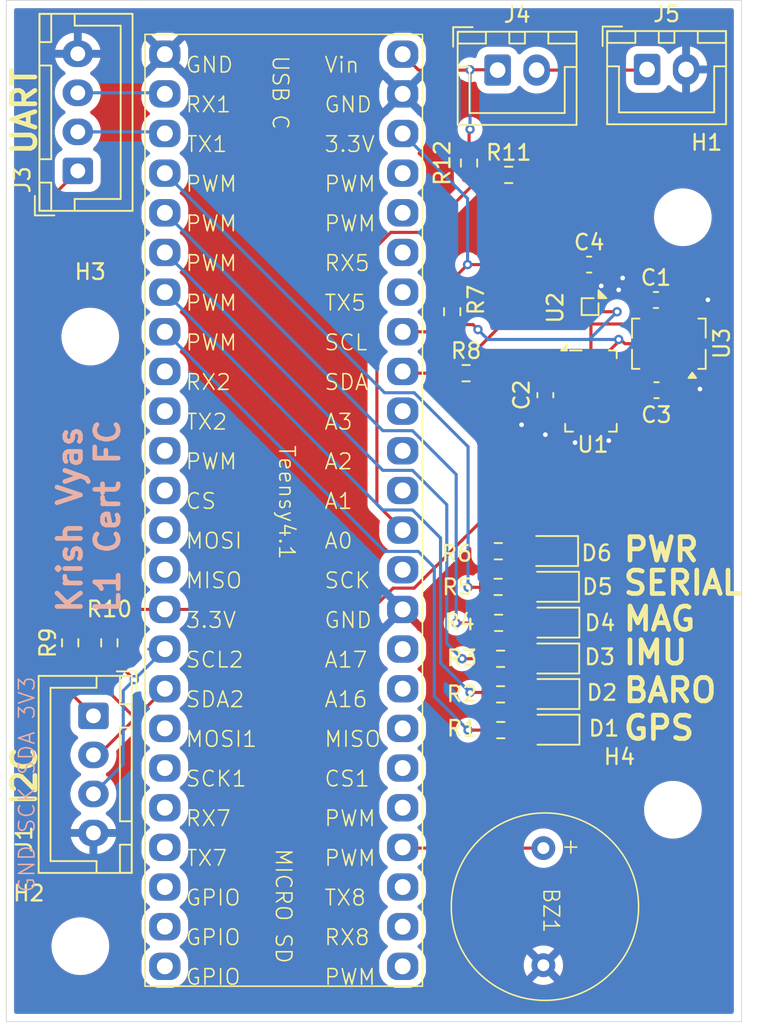
<source format=kicad_pcb>
(kicad_pcb (version 20241229) (generator "pcbnew") (generator_version "9.0")
  (layers (0 "F.Cu" signal) (2 "B.Cu" signal) (13 "F.Paste" user) (15 "B.Paste" user) (5 "F.SilkS" user "F.Silkscreen") (7 "B.SilkS" user "B.Silkscreen") (1 "F.Mask" user) (3 "B.Mask" user) (25 "Edge.Cuts" user))
  (net 0 "")
  (net 1 "GND")
  (net 2 "Net-(BZ1-+)")
  (net 3 "+3V3")
  (net 4 "Net-(D1-A)")
  (net 5 "Net-(D2-A)")
  (net 6 "Net-(D3-A)")
  (net 7 "Net-(D4-A)")
  (net 8 "Net-(D5-A)")
  (net 9 "Net-(D6-A)")
  (net 10 "/SCLK2")
  (net 11 "/SDA2")
  (net 12 "/RX")
  (net 13 "/TX")
  (net 14 "Net-(J4-Pin_2)")
  (net 15 "/VBAT")
  (net 16 "/GPS_LED")
  (net 17 "/BARO_LED")
  (net 18 "/IMU_LED")
  (net 19 "/MAG_LED")
  (net 20 "/SERIAL_LED")
  (net 21 "SCLK")
  (net 22 "SDA")
  (net 43 "unconnected-(Teensy4.1-A16-Pad40)")
  (net 55 "Net-(Teensy4.1-A0)")
  (footprint "Connector_JST:JST_XH_B2B-XH-A_1x02_P2.50mm_Vertical" (layer "F.Cu") (at 149.3412 52.3438)
    (property "Reference" "J4" (at 1.25 -3.55 0) (layer "F.SilkS"))
    (property "Value" "SW")
    (pad "1" thru_hole roundrect (at 0 0) (size 1.7 2) (drill 1) (layers "*.Cu" "*.Mask") (roundrect_rratio 0.147059) (net 15 "/VBAT"))
    (pad "2" thru_hole oval (at 2.5 0) (size 1.7 2) (drill 1) (layers "*.Cu" "*.Mask") (net 14 "Net-(J4-Pin_2)"))
  )
  (footprint "MountingHole:MountingHole_3.2mm_M3" (layer "F.Cu") (at 161.209 61.768)
    (property "Reference" "H1" (at 1.524 -4.785 0) (layer "F.SilkS"))
    (property "Value" "MountingHole")
    (pad "" np_thru_hole circle (at 0 0) (size 3.2 3.2) (drill 3.2) (layers "*.Cu" "*.Mask"))
  )
  (footprint "LED_SMD:LED_0805_2012Metric" (layer "F.Cu") (at 152.8979 94.588 180)
    (property "Reference" "D1" (at -3.256503 0.082154 0) (layer "F.SilkS"))
    (property "Value" "GPS")
    (pad "1" smd roundrect (at -0.9375 0 180) (size 0.975 1.4) (layers "F.Cu" "F.Mask" "F.Paste") (net 1 "GND"))
    (pad "2" smd roundrect (at 0.9375 0 180) (size 0.975 1.4) (layers "F.Cu" "F.Mask" "F.Paste") (net 4 "Net-(D1-A)"))
  )
  (footprint "Resistor_SMD:R_0603_1608Metric" (layer "F.Cu") (at 147.32 71.755)
    (property "Reference" "R8" (at 0 -1.43 0) (layer "F.SilkS"))
    (property "Value" "5k1")
    (pad "1" smd roundrect (at -0.825 0) (size 0.8 0.95) (layers "F.Cu" "F.Mask" "F.Paste") (net 22 "SDA"))
    (pad "2" smd roundrect (at 0.825 0) (size 0.8 0.95) (layers "F.Cu" "F.Mask" "F.Paste") (net 3 "+3V3"))
  )
  (footprint "Connector_JST:JST_XH_B4B-XH-A_1x04_P2.50mm_Vertical" (layer "F.Cu") (at 123.439 93.7029 -90)
    (property "Reference" "J1" (at 7.8971 4.44 90) (layer "F.SilkS"))
    (property "Value" "I2C")
    (pad "1" thru_hole roundrect (at 0 0 270) (size 1.7 1.95) (drill 0.95) (layers "*.Cu" "*.Mask") (roundrect_rratio 0.147059) (net 3 "+3V3"))
    (pad "2" thru_hole oval (at 2.5 0 270) (size 1.7 1.95) (drill 0.95) (layers "*.Cu" "*.Mask") (net 11 "/SDA2"))
    (pad "3" thru_hole oval (at 5 0 270) (size 1.7 1.95) (drill 0.95) (layers "*.Cu" "*.Mask") (net 10 "/SCLK2"))
    (pad "4" thru_hole oval (at 7.5 0 270) (size 1.7 1.95) (drill 0.95) (layers "*.Cu" "*.Mask") (net 1 "GND"))
  )
  (footprint "Resistor_SMD:R_0603_1608Metric" (layer "F.Cu") (at 149.533 90.0468)
    (property "Reference" "R3" (at -2.483071 -0.043694 0) (layer "F.SilkS"))
    (property "Value" "560")
    (pad "1" smd roundrect (at -0.825 0) (size 0.8 0.95) (layers "F.Cu" "F.Mask" "F.Paste") (net 18 "/IMU_LED"))
    (pad "2" smd roundrect (at 0.825 0) (size 0.8 0.95) (layers "F.Cu" "F.Mask" "F.Paste") (net 6 "Net-(D3-A)"))
  )
  (footprint "MountingHole:MountingHole_3.2mm_M3" (layer "F.Cu") (at 123.236 69.413)
    (property "Reference" "H3" (at 0 -4.15 0) (layer "F.SilkS"))
    (property "Value" "MountingHole")
    (pad "" np_thru_hole circle (at 0 0) (size 3.2 3.2) (drill 3.2) (layers "*.Cu" "*.Mask"))
  )
  (footprint "Capacitor_SMD:C_0603_1608Metric" (layer "F.Cu") (at 159.486 67.068)
    (property "Reference" "C1" (at 0 -1.43 0) (layer "F.SilkS"))
    (property "Value" "100 nF")
    (pad "1" smd roundrect (at -0.775 0) (size 0.9 0.95) (layers "F.Cu" "F.Mask" "F.Paste") (net 1 "GND"))
    (pad "2" smd roundrect (at 0.775 0) (size 0.9 0.95) (layers "F.Cu" "F.Mask" "F.Paste") (net 3 "+3V3"))
  )
  (footprint "Resistor_SMD:R_0603_1608Metric" (layer "F.Cu") (at 150.051 59.055)
    (property "Reference" "R11" (at 0 -1.43 0) (layer "F.SilkS"))
    (property "Value" "100k")
    (pad "1" smd roundrect (at -0.825 0) (size 0.8 0.95) (layers "F.Cu" "F.Mask" "F.Paste") (net 55 "Net-(Teensy4.1-A0)"))
    (pad "2" smd roundrect (at 0.825 0) (size 0.8 0.95) (layers "F.Cu" "F.Mask" "F.Paste") (net 1 "GND"))
  )
  (footprint "MountingHole:MountingHole_3.2mm_M3" (layer "F.Cu") (at 122.601 108.453)
    (property "Reference" "H2" (at -3.302 -3.388 0) (layer "F.SilkS"))
    (property "Value" "MountingHole")
    (pad "" np_thru_hole circle (at 0 0) (size 3.2 3.2) (drill 3.2) (layers "*.Cu" "*.Mask"))
  )
  (footprint "Resistor_SMD:R_0603_1608Metric" (layer "F.Cu") (at 149.3842 83.1584)
    (property "Reference" "R6" (at -2.658518 0.149362 0) (layer "F.SilkS"))
    (property "Value" "560")
    (pad "1" smd roundrect (at -0.825 0) (size 0.8 0.95) (layers "F.Cu" "F.Mask" "F.Paste") (net 3 "+3V3"))
    (pad "2" smd roundrect (at 0.825 0) (size 0.8 0.95) (layers "F.Cu" "F.Mask" "F.Paste") (net 9 "Net-(D6-A)"))
  )
  (footprint "Capacitor_SMD:C_0603_1608Metric" (layer "F.Cu") (at 155.207 64.801)
    (property "Reference" "C4" (at 0 -1.43 0) (layer "F.SilkS"))
    (property "Value" "100 nF")
    (pad "1" smd roundrect (at -0.775 0) (size 0.9 0.95) (layers "F.Cu" "F.Mask" "F.Paste") (net 3 "+3V3"))
    (pad "2" smd roundrect (at 0.775 0) (size 0.9 0.95) (layers "F.Cu" "F.Mask" "F.Paste") (net 1 "GND"))
  )
  (footprint "MountingHole:MountingHole_3.2mm_M3" (layer "F.Cu") (at 160.574 99.715)
    (property "Reference" "H4" (at -3.429 -3.388 0) (layer "F.SilkS"))
    (property "Value" "MountingHole")
    (pad "" np_thru_hole circle (at 0 0) (size 3.2 3.2) (drill 3.2) (layers "*.Cu" "*.Mask"))
  )
  (footprint "Capacitor_SMD:C_0603_1608Metric" (layer "F.Cu") (at 159.524 72.845)
    (property "Reference" "C3" (at -0.012 1.577 0) (layer "F.SilkS"))
    (property "Value" "100 nF")
    (pad "1" smd roundrect (at -0.775 0) (size 0.9 0.95) (layers "F.Cu" "F.Mask" "F.Paste") (net 3 "+3V3"))
    (pad "2" smd roundrect (at 0.775 0) (size 0.9 0.95) (layers "F.Cu" "F.Mask" "F.Paste") (net 1 "GND"))
  )
  (footprint "LED_SMD:LED_0805_2012Metric" (layer "F.Cu") (at 152.8119 83.1443 180)
    (property "Reference" "D6" (at -2.875503 -0.131846 0) (layer "F.SilkS"))
    (property "Value" "PWR")
    (pad "1" smd roundrect (at -0.9375 0 180) (size 0.975 1.4) (layers "F.Cu" "F.Mask" "F.Paste") (net 1 "GND"))
    (pad "2" smd roundrect (at 0.9375 0 180) (size 0.975 1.4) (layers "F.Cu" "F.Mask" "F.Paste") (net 9 "Net-(D6-A)"))
  )
  (footprint "Teensy:Adafruit_Buzzer" (layer "F.Cu") (at 152.273 106.172 -90)
    (property "Reference" "BZ1" (at 0 -0.5 270) (layer "F.SilkS") (effects (font (thickness 0.1))))
    (property "Value" "Buzzer")
    (fp_text user "+" (at -4.75 -1.25 270) (layer "F.SilkS") (effects (font (thickness 0.1)) (justify left bottom)))
    (pad "1" thru_hole circle (at -4 0 270) (size 1.524 1.524) (drill 0.762) (layers "*.Cu" "*.Mask") (net 2 "Net-(BZ1-+)"))
    (pad "2" thru_hole circle (at 3.5 0 270) (size 1.524 1.524) (drill 0.762) (layers "*.Cu" "*.Mask") (net 1 "GND"))
  )
  (footprint "Capacitor_SMD:C_0603_1608Metric" (layer "F.Cu") (at 152.4 73.165 -90)
    (property "Reference" "C2" (at -0.013 1.524 90) (layer "F.SilkS"))
    (property "Value" "100 nF")
    (pad "1" smd roundrect (at -0.775 0 270) (size 0.9 0.95) (layers "F.Cu" "F.Mask" "F.Paste") (net 3 "+3V3"))
    (pad "2" smd roundrect (at 0.775 0 270) (size 0.9 0.95) (layers "F.Cu" "F.Mask" "F.Paste") (net 1 "GND"))
  )
  (footprint "Resistor_SMD:R_0603_1608Metric" (layer "F.Cu") (at 149.3755 85.4423)
    (property "Reference" "R5" (at -2.606609 0.010755 0) (layer "F.SilkS"))
    (property "Value" "560")
    (pad "1" smd roundrect (at -0.825 0) (size 0.8 0.95) (layers "F.Cu" "F.Mask" "F.Paste") (net 20 "/SERIAL_LED"))
    (pad "2" smd roundrect (at 0.825 0) (size 0.8 0.95) (layers "F.Cu" "F.Mask" "F.Paste") (net 8 "Net-(D5-A)"))
  )
  (footprint "Resistor_SMD:R_0603_1608Metric" (layer "F.Cu") (at 121.95 89.025 90)
    (property "Reference" "R9" (at 0 -1.43 90) (layer "F.SilkS"))
    (property "Value" "5k1")
    (pad "1" smd roundrect (at -0.825 0 90) (size 0.8 0.95) (layers "F.Cu" "F.Mask" "F.Paste") (net 11 "/SDA2"))
    (pad "2" smd roundrect (at 0.825 0 90) (size 0.8 0.95) (layers "F.Cu" "F.Mask" "F.Paste") (net 3 "+3V3"))
  )
  (footprint "Package_BGA:WLP-4_0.86x0.86mm_P0.4mm" (layer "F.Cu") (at 155.267 67.491 -90)
    (property "Reference" "U2" (at 0.073 2.232 90) (layer "F.SilkS"))
    (property "Value" "MMC5633NJL")
    (pad "A1" smd circle (at -0.2 -0.2 270) (size 0.25 0.25) (property pad_prop_bga) (layers "F.Cu" "F.Mask" "F.Paste") (net 1 "GND"))
    (pad "A2" smd circle (at 0.2 -0.2 270) (size 0.25 0.25) (property pad_prop_bga) (layers "F.Cu" "F.Mask" "F.Paste") (net 21 "SCLK"))
    (pad "B1" smd circle (at -0.2 0.2 270) (size 0.25 0.25) (property pad_prop_bga) (layers "F.Cu" "F.Mask" "F.Paste") (net 3 "+3V3"))
    (pad "B2" smd circle (at 0.2 0.2 270) (size 0.25 0.25) (property pad_prop_bga) (layers "F.Cu" "F.Mask" "F.Paste") (net 22 "SDA"))
  )
  (footprint "Resistor_SMD:R_0603_1608Metric" (layer "F.Cu") (at 149.542 94.615)
    (property "Reference" "R1" (at -2.476 -0.104 0) (layer "F.SilkS"))
    (property "Value" "560")
    (pad "1" smd roundrect (at -0.825 0) (size 0.8 0.95) (layers "F.Cu" "F.Mask" "F.Paste") (net 16 "/GPS_LED"))
    (pad "2" smd roundrect (at 0.825 0) (size 0.8 0.95) (layers "F.Cu" "F.Mask" "F.Paste") (net 4 "Net-(D1-A)"))
  )
  (footprint "Resistor_SMD:R_0603_1608Metric" (layer "F.Cu") (at 149.5303 92.325)
    (property "Reference" "R2" (at -2.481312 -0.018234 0) (layer "F.SilkS"))
    (property "Value" "560")
    (pad "1" smd roundrect (at -0.825 0) (size 0.8 0.95) (layers "F.Cu" "F.Mask" "F.Paste") (net 17 "/BARO_LED"))
    (pad "2" smd roundrect (at 0.825 0) (size 0.8 0.95) (layers "F.Cu" "F.Mask" "F.Paste") (net 5 "Net-(D2-A)"))
  )
  (footprint "Resistor_SMD:R_0603_1608Metric" (layer "F.Cu") (at 149.406 87.7459)
    (property "Reference" "R4" (at -2.505654 -0.046146 0) (layer "F.SilkS"))
    (property "Value" "560")
    (pad "1" smd roundrect (at -0.825 0) (size 0.8 0.95) (layers "F.Cu" "F.Mask" "F.Paste") (net 19 "/MAG_LED"))
    (pad "2" smd roundrect (at 0.825 0) (size 0.8 0.95) (layers "F.Cu" "F.Mask" "F.Paste") (net 7 "Net-(D4-A)"))
  )
  (footprint "Resistor_SMD:R_0603_1608Metric" (layer "F.Cu") (at 124.46 89.025 90)
    (property "Reference" "R10" (at 2.157 0 180) (layer "F.SilkS"))
    (property "Value" "5k1")
    (pad "1" smd roundrect (at -0.825 0 90) (size 0.8 0.95) (layers "F.Cu" "F.Mask" "F.Paste") (net 10 "/SCLK2"))
    (pad "2" smd roundrect (at 0.825 0 90) (size 0.8 0.95) (layers "F.Cu" "F.Mask" "F.Paste") (net 3 "+3V3"))
  )
  (footprint "Teensy:teensy" (layer "F.Cu") (at 135.635 80.535)
    (property "Reference" "Teensy4.1" (at 0.2 -0.5 270) (layer "F.SilkS") (effects (font (thickness 0.1))))
    (property "Value" "~" (hide yes))
    (fp_text user "TX7" (at -6.35 22.86 0) (layer "F.SilkS") (effects (font (thickness 0.1)) (justify left bottom)))
    (fp_text user "MOSI1" (at -6.35 15.24 0) (layer "F.SilkS") (effects (font (thickness 0.1)) (justify left bottom)))
    (fp_text user "SCK1" (at -6.35 17.78 0) (layer "F.SilkS") (effects (font (thickness 0.1)) (justify left bottom)))
    (fp_text user "SCL" (at 2.54 -10.16 0) (layer "F.SilkS") (effects (font (thickness 0.1)) (justify left bottom)))
    (fp_text user "MISO" (at 2.54 15.24 0) (layer "F.SilkS") (effects (font (thickness 0.1)) (justify left bottom)))
    (fp_text user "PWM" (at 2.54 -17.78 0) (layer "F.SilkS") (effects (font (thickness 0.1)) (justify left bottom)))
    (fp_text user "MOSI" (at -6.35 2.54 0) (layer "F.SilkS") (effects (font (thickness 0.1)) (justify left bottom)))
    (fp_text user "3.3V" (at 2.54 -22.86 0) (layer "F.SilkS") (effects (font (thickness 0.1)) (justify left bottom)))
    (fp_text user "CS" (at -6.35 0 0) (layer "F.SilkS") (effects (font (thickness 0.1)) (justify left bottom)))
    (fp_text user "TX5" (at 2.54 -12.7 0) (layer "F.SilkS") (effects (font (thickness 0.1)) (justify left bottom)))
    (fp_text user "TX1" (at -6.35 -22.86 0) (layer "F.SilkS") (effects (font (thickness 0.1)) (justify left bottom)))
    (fp_text user "SCK" (at 2.54 5.08 0) (layer "F.SilkS") (effects (font (thickness 0.1)) (justify left bottom)))
    (fp_text user "CS1" (at 2.54 17.78 0) (layer "F.SilkS") (effects (font (thickness 0.1)) (justify left bottom)))
    (fp_text user "GPIO" (at -6.35 25.4 0) (layer "F.SilkS") (effects (font (thickness 0.1)) (justify left bottom)))
    (fp_text user "A0" (at 2.54 2.54 0) (layer "F.SilkS") (effects (font (thickness 0.1)) (justify left bottom)))
    (fp_text user "SDA" (at 2.54 -7.62 0) (layer "F.SilkS") (effects (font (thickness 0.1)) (justify left bottom)))
    (fp_text user "PWM" (at -6.35 -20.32 0) (layer "F.SilkS") (effects (font (thickness 0.1)) (justify left bottom)))
    (fp_text user "SDA2" (at -6.35 12.7 0) (layer "F.SilkS") (effects (font (thickness 0.1)) (justify left bottom)))
    (fp_text user "RX8" (at 2.54 27.94 0) (layer "F.SilkS") (effects (font (thickness 0.1)) (justify left bottom)))
    (fp_text user "SCL2" (at -6.35 10.16 0) (layer "F.SilkS") (effects (font (thickness 0.1)) (justify left bottom)))
    (fp_text user "A3" (at 2.54 -5.08 0) (layer "F.SilkS") (effects (font (thickness 0.1)) (justify left bottom)))
    (fp_text user "PWM" (at -6.35 -12.7 0) (layer "F.SilkS") (effects (font (thickness 0.1)) (justify left bottom)))
    (fp_text user "PWM" (at 2.54 30.48 0) (layer "F.SilkS") (effects (font (thickness 0.1)) (justify left bottom)))
    (fp_text user "GPIO" (at -6.35 30.48 0) (layer "F.SilkS") (effects (font (thickness 0.1)) (justify left bottom)))
    (fp_text user "A1" (at 2.54 0 0) (layer "F.SilkS") (effects (font (thickness 0.1)) (justify left bottom)))
    (fp_text user "RX1" (at -6.35 -25.4 0) (layer "F.SilkS") (effects (font (thickness 0.1)) (justify left bottom)))
    (fp_text user "PWM" (at -6.35 -10.16 0) (layer "F.SilkS") (effects (font (thickness 0.1)) (justify left bottom)))
    (fp_text user "MICRO SD" (at -0.6 21.59 270) (layer "F.SilkS") (effects (font (thickness 0.1)) (justify left bottom)))
    (fp_text user "GND" (at 2.54 -25.4 0) (layer "F.SilkS") (effects (font (thickness 0.1)) (justify left bottom)))
    (fp_text user "GND" (at 2.54 7.62 0) (layer "F.SilkS") (effects (font (thickness 0.1)) (justify left bottom)))
    (fp_text user "GND" (at -6.35 -27.94 0) (layer "F.SilkS") (effects (font (thickness 0.1)) (justify left bottom)))
    (fp_text user "RX2" (at -6.35 -7.62 0) (layer "F.SilkS") (effects (font (thickness 0.1)) (justify left bottom)))
    (fp_text user "A16" (at 2.54 12.7 0) (layer "F.SilkS") (effects (font (thickness 0.1)) (justify left bottom)))
    (fp_text user "RX7" (at -6.35 20.32 0) (layer "F.SilkS") (effects (font (thickness 0.1)) (justify left bottom)))
    (fp_text user "PWM" (at 2.54 22.86 0) (layer "F.SilkS") (effects (font (thickness 0.1)) (justify left bottom)))
    (fp_text user "Vin" (at 2.54 -27.94 0) (layer "F.SilkS") (effects (font (thickness 0.1)) (justify left bottom)))
    (fp_text user "PWM" (at 2.54 -20.32 0) (layer "F.SilkS") (effects (font (thickness 0.1)) (justify left bottom)))
    (fp_text user "A17" (at 2.54 10.16 0) (layer "F.SilkS") (effects (font (thickness 0.1)) (justify left bottom)))
    (fp_text user "PWM" (at -6.35 -15.24 0) (layer "F.SilkS") (effects (font (thickness 0.1)) (justify left bottom)))
    (fp_text user "GPIO" (at -6.35 27.94 0) (layer "F.SilkS") (effects (font (thickness 0.1)) (justify left bottom)))
    (fp_text user "A2" (at 2.54 -2.54 0) (layer "F.SilkS") (effects (font (thickness 0.1)) (justify left bottom)))
    (fp_text user "PWM" (at -6.35 -2.54 0) (layer "F.SilkS") (effects (font (thickness 0.1)) (justify left bottom)))
    (fp_text user "TX8" (at 2.54 25.4 0) (layer "F.SilkS") (effects (font (thickness 0.1)) (justify left bottom)))
    (fp_text user "PWM" (at 2.54 20.32 0) (layer "F.SilkS") (effects (font (thickness 0.1)) (justify left bottom)))
    (fp_text user "USB C" (at -0.8 -29.2 270) (layer "F.SilkS") (effects (font (thickness 0.1)) (justify left bottom)))
    (fp_text user "PWM" (at -6.35 -17.78 0) (layer "F.SilkS") (effects (font (thickness 0.1)) (justify left bottom)))
    (fp_text user "RX5" (at 2.54 -15.24 0) (layer "F.SilkS") (effects (font (thickness 0.1)) (justify left bottom)))
    (fp_text user "TX2" (at -6.35 -5.08 0) (layer "F.SilkS") (effects (font (thickness 0.1)) (justify left bottom)))
    (fp_text user "MISO" (at -6.35 5.08 0) (layer "F.SilkS") (effects (font (thickness 0.1)) (justify left bottom)))
    (fp_text user "3.3V" (at -6.35 7.62 0) (layer "F.SilkS") (effects (font (thickness 0.1)) (justify left bottom)))
    (pad "0" thru_hole roundrect (at -7.62 -26.67) (size 2 1.75) (drill 1.02) (layers "*.Cu" "*.Mask") (roundrect_rratio 0.375) (net 12 "/RX"))
    (pad "1" thru_hole roundrect (at -7.62 -24.13) (size 2 1.75) (drill 1.02) (layers "*.Cu" "*.Mask") (roundrect_rratio 0.375) (net 13 "/TX"))
    (pad "2" thru_hole roundrect (at -7.62 -21.59) (size 2 1.75) (drill 1.02) (layers "*.Cu" "*.Mask") (roundrect_rratio 0.375) (net 20 "/SERIAL_LED"))
    (pad "3" thru_hole roundrect (at -7.62 -19.05) (size 2 1.75) (drill 1.02) (layers "*.Cu" "*.Mask") (roundrect_rratio 0.375) (net 19 "/MAG_LED"))
    (pad "3V" thru_hole roundrect (at -7.62 6.35) (size 2 1.75) (drill 1.02) (layers "*.Cu" "*.Mask") (roundrect_rratio 0.375) (net 3 "+3V3"))
    (pad "3V1" thru_hole roundrect (at 7.62 -24.13) (size 2 1.75) (drill 1.02) (layers "*.Cu" "*.Mask") (roundrect_rratio 0.375) (net 3 "+3V3"))
    (pad "4" thru_hole roundrect (at -7.62 -16.51) (size 2 1.75) (drill 1.02) (layers "*.Cu" "*.Mask") (roundrect_rratio 0.375) (net 18 "/IMU_LED"))
    (pad "5" thru_hole roundrect (at -7.62 -13.97) (size 2 1.75) (drill 1.02) (layers "*.Cu" "*.Mask") (roundrect_rratio 0.375) (net 17 "/BARO_LED"))
    (pad "5V" thru_hole roundrect (at 7.62 -29.21) (size 2 1.75) (drill 1.02) (layers "*.Cu" "*.Mask") (roundrect_rratio 0.375) (net 15 "/VBAT"))
    (pad "6" thru_hole roundrect (at -7.62 -11.43) (size 2 1.75) (drill 1.02) (layers "*.Cu" "*.Mask") (roundrect_rratio 0.375) (net 16 "/GPS_LED"))
    (pad "7" thru_hole roundrect (at -7.62 -8.89) (size 2 1.75) (drill 1.02) (layers "*.Cu" "*.Mask") (roundrect_rratio 0.375))
    (pad "8" thru_hole roundrect (at -7.62 -6.35) (size 2 1.75) (drill 1.02) (layers "*.Cu" "*.Mask") (roundrect_rratio 0.375))
    (pad "9" thru_hole roundrect (at -7.62 -3.81) (size 2 1.75) (drill 1.02) (layers "*.Cu" "*.Mask") (roundrect_rratio 0.375))
    (pad "10" thru_hole roundrect (at -7.62 -1.27) (size 2 1.75) (drill 1.02) (layers "*.Cu" "*.Mask") (roundrect_rratio 0.375))
    (pad "11" thru_hole roundrect (at -7.62 1.27) (size 2 1.75) (drill 1.02) (layers "*.Cu" "*.Mask") (roundrect_rratio 0.375))
    (pad "12" thru_hole roundrect (at -7.62 3.81) (size 2 1.75) (drill 1.02) (layers "*.Cu" "*.Mask") (roundrect_rratio 0.375))
    (pad "13" thru_hole roundrect (at 7.62 3.81) (size 2 1.75) (drill 1.02) (layers "*.Cu" "*.Mask") (roundrect_rratio 0.375))
    (pad "14" thru_hole roundrect (at 7.62 1.27) (size 2 1.75) (drill 1.02) (layers "*.Cu" "*.Mask") (roundrect_rratio 0.375) (net 55 "Net-(Teensy4.1-A0)"))
    (pad "15" thru_hole roundrect (at 7.62 -1.27) (size 2 1.75) (drill 1.02) (layers "*.Cu" "*.Mask") (roundrect_rratio 0.375))
    (pad "16" thru_hole roundrect (at 7.62 -3.81) (size 2 1.75) (drill 1.02) (layers "*.Cu" "*.Mask") (roundrect_rratio 0.375))
    (pad "17" thru_hole roundrect (at 7.62 -6.35) (size 2 1.75) (drill 1.02) (layers "*.Cu" "*.Mask") (roundrect_rratio 0.375))
    (pad "18" thru_hole roundrect (at 7.62 -8.89) (size 2 1.75) (drill 1.02) (layers "*.Cu" "*.Mask") (roundrect_rratio 0.375) (net 22 "SDA"))
    (pad "19" thru_hole roundrect (at 7.62 -11.43) (size 2 1.75) (drill 1.02) (layers "*.Cu" "*.Mask") (roundrect_rratio 0.375) (net 21 "SCLK"))
    (pad "20" thru_hole roundrect (at 7.62 -13.97) (size 2 1.75) (drill 1.02) (layers "*.Cu" "*.Mask") (roundrect_rratio 0.375))
    (pad "21" thru_hole roundrect (at 7.62 -16.51) (size 2 1.75) (drill 1.02) (layers "*.Cu" "*.Mask") (roundrect_rratio 0.375))
    (pad "22" thru_hole roundrect (at 7.62 -19.05) (size 2 1.75) (drill 1.02) (layers "*.Cu" "*.Mask") (roundrect_rratio 0.375))
    (pad "23" thru_hole roundrect (at 7.62 -21.59) (size 2 1.75) (drill 1.02) (layers "*.Cu" "*.Mask") (roundrect_rratio 0.375))
    (pad "24" thru_hole roundrect (at -7.62 8.89) (size 2 1.75) (drill 1.02) (layers "*.Cu" "*.Mask") (roundrect_rratio 0.375) (net 10 "/SCLK2"))
    (pad "25" thru_hole roundrect (at -7.62 11.43) (size 2 1.75) (drill 1.02) (layers "*.Cu" "*.Mask") (roundrect_rratio 0.375) (net 11 "/SDA2"))
    (pad "26" thru_hole roundrect (at -7.62 13.97) (size 2 1.75) (drill 1.02) (layers "*.Cu" "*.Mask") (roundrect_rratio 0.375))
    (pad "27" thru_hole roundrect (at -7.62 16.51) (size 2 1.75) (drill 1.02) (layers "*.Cu" "*.Mask") (roundrect_rratio 0.375))
    (pad "28" thru_hole roundrect (at -7.62 19.05) (size 2 1.75) (drill 1.02) (layers "*.Cu" "*.Mask") (roundrect_rratio 0.375))
    (pad "29" thru_hole roundrect (at -7.62 21.59) (size 2 1.75) (drill 1.02) (layers "*.Cu" "*.Mask") (roundrect_rratio 0.375))
    (pad "30" thru_hole roundrect (at -7.62 24.13) (size 2 1.75) (drill 1.02) (layers "*.Cu" "*.Mask") (roundrect_rratio 0.375))
    (pad "31" thru_hole roundrect (at -7.62 26.67) (size 2 1.75) (drill 1.02) (layers "*.Cu" "*.Mask") (roundrect_rratio 0.375))
    (pad "32" thru_hole roundrect (at -7.62 29.21) (size 2 1.75) (drill 1.02) (layers "*.Cu" "*.Mask") (roundrect_rratio 0.375))
    (pad "33" thru_hole roundrect (at 7.62 29.21) (size 2 1.75) (drill 1.02) (layers "*.Cu" "*.Mask") (roundrect_rratio 0.375))
    (pad "34" thru_hole roundrect (at 7.62 26.67) (size 2 1.75) (drill 1.02) (layers "*.Cu" "*.Mask") (roundrect_rratio 0.375))
    (pad "35" thru_hole roundrect (at 7.62 24.13) (size 2 1.75) (drill 1.02) (layers "*.Cu" "*.Mask") (roundrect_rratio 0.375))
    (pad "36" thru_hole roundrect (at 7.62 21.59) (size 2 1.75) (drill 1.02) (layers "*.Cu" "*.Mask") (roundrect_rratio 0.375) (net 2 "Net-(BZ1-+)"))
    (pad "37" thru_hole roundrect (at 7.62 19.05) (size 2 1.75) (drill 1.02) (layers "*.Cu" "*.Mask") (roundrect_rratio 0.375))
    (pad "38" thru_hole roundrect (at 7.62 16.51) (size 2 1.75) (drill 1.02) (layers "*.Cu" "*.Mask") (roundrect_rratio 0.375))
    (pad "39" thru_hole roundrect (at 7.62 13.97) (size 2 1.75) (drill 1.02) (layers "*.Cu" "*.Mask") (roundrect_rratio 0.375))
    (pad "40" thru_hole roundrect (at 7.62 11.43) (size 2 1.75) (drill 1.02) (layers "*.Cu" "*.Mask") (roundrect_rratio 0.375) (net 43 "unconnected-(Teensy4.1-A16-Pad40)"))
    (pad "41" thru_hole roundrect (at 7.62 8.89) (size 2 1.75) (drill 1.02) (layers "*.Cu" "*.Mask") (roundrect_rratio 0.375))
    (pad "G" thru_hole roundrect (at -7.62 -29.21) (size 2 1.75) (drill 1.02) (layers "*.Cu" "*.Mask") (roundrect_rratio 0.375) (net 1 "GND"))
    (pad "G1" thru_hole roundrect (at 7.62 -26.67) (size 2 1.75) (drill 1.02) (layers "*.Cu" "*.Mask") (roundrect_rratio 0.375) (net 1 "GND"))
    (pad "G2" thru_hole roundrect (at 7.62 6.35) (size 2 1.75) (drill 1.02) (layers "*.Cu" "*.Mask") (roundrect_rratio 0.375) (net 1 "GND"))
  )
  (footprint "LED_SMD:LED_0805_2012Metric" (layer "F.Cu") (at 152.8918 87.7295 180)
    (property "Reference" "D4" (at -3.002503 -0.020846 0) (layer "F.SilkS"))
    (property "Value" "MAG")
    (pad "1" smd roundrect (at -0.9375 0 180) (size 0.975 1.4) (layers "F.Cu" "F.Mask" "F.Paste") (net 1 "GND"))
    (pad "2" smd roundrect (at 0.9375 0 180) (size 0.975 1.4) (layers "F.Cu" "F.Mask" "F.Paste") (net 7 "Net-(D4-A)"))
  )
  (footprint "Connector_JST:JST_XH_B4B-XH-A_1x04_P2.50mm_Vertical" (layer "F.Cu") (at 122.436 58.799 90)
    (property "Reference" "J3" (at -0.568 -3.55 90) (layer "F.SilkS"))
    (property "Value" "UART")
    (pad "1" thru_hole roundrect (at 0 0 90) (size 1.7 1.95) (drill 0.95) (layers "*.Cu" "*.Mask") (roundrect_rratio 0.147059) (net 3 "+3V3"))
    (pad "2" thru_hole oval (at 2.5 0 90) (size 1.7 1.95) (drill 0.95) (layers "*.Cu" "*.Mask") (net 13 "/TX"))
    (pad "3" thru_hole oval (at 5 0 90) (size 1.7 1.95) (drill 0.95) (layers "*.Cu" "*.Mask") (net 12 "/RX"))
    (pad "4" thru_hole oval (at 7.5 0 90) (size 1.7 1.95) (drill 0.95) (layers "*.Cu" "*.Mask") (net 1 "GND"))
  )
  (footprint "LED_SMD:LED_0805_2012Metric" (layer "F.Cu") (at 152.8831 90.0293 180)
    (property "Reference" "D3" (at -3.002503 0.098154 0) (layer "F.SilkS"))
    (property "Value" "IMU")
    (pad "1" smd roundrect (at -0.9375 0 180) (size 0.975 1.4) (layers "F.Cu" "F.Mask" "F.Paste") (net 1 "GND"))
    (pad "2" smd roundrect (at 0.9375 0 180) (size 0.975 1.4) (layers "F.Cu" "F.Mask" "F.Paste") (net 6 "Net-(D3-A)"))
  )
  (footprint "Package_LGA:LGA-8_3x5mm_P1.25mm" (layer "F.Cu") (at 155.321 72.898)
    (property "Reference" "U1" (at 0.127 3.429 180) (layer "F.SilkS"))
    (property "Value" "MS5611-01BA")
    (pad "1" smd rect (at -1.075 -1.875) (size 0.95 0.55) (layers "F.Cu" "F.Mask" "F.Paste") (net 3 "+3V3"))
    (pad "2" smd rect (at -1.075 -0.625) (size 0.95 0.55) (layers "F.Cu" "F.Mask" "F.Paste") (net 3 "+3V3"))
    (pad "3" smd rect (at -1.075 0.625) (size 0.95 0.55) (layers "F.Cu" "F.Mask" "F.Paste") (net 1 "GND"))
    (pad "4" smd rect (at -1.075 1.875) (size 0.95 0.55) (layers "F.Cu" "F.Mask" "F.Paste") (net 1 "GND"))
    (pad "5" smd rect (at 1.075 1.875) (size 0.95 0.55) (layers "F.Cu" "F.Mask" "F.Paste") (net 1 "GND"))
    (pad "6" smd rect (at 1.075 0.625) (size 0.95 0.55) (layers "F.Cu" "F.Mask" "F.Paste"))
    (pad "7" smd rect (at 1.075 -0.625) (size 0.95 0.55) (layers "F.Cu" "F.Mask" "F.Paste") (net 22 "SDA"))
    (pad "8" smd rect (at 1.075 -1.875) (size 0.95 0.55) (layers "F.Cu" "F.Mask" "F.Paste") (net 21 "SCLK"))
  )
  (footprint "LED_SMD:LED_0805_2012Metric" (layer "F.Cu") (at 152.8949 92.3043 180)
    (property "Reference" "D2" (at -3.129503 0.090154 0) (layer "F.SilkS"))
    (property "Value" "BARO")
    (pad "1" smd roundrect (at -0.9375 0 180) (size 0.975 1.4) (layers "F.Cu" "F.Mask" "F.Paste") (net 1 "GND"))
    (pad "2" smd roundrect (at 0.9375 0 180) (size 0.975 1.4) (layers "F.Cu" "F.Mask" "F.Paste") (net 5 "Net-(D2-A)"))
  )
  (footprint "Package_LGA:Bosch_LGA-16_4.5x3mm_P0.5mm_LayoutBorder7x1y_ClockwisePinNumbering" (layer "F.Cu") (at 160.314 69.8675 180)
    (property "Reference" "U3" (at -3.389 0.0175 90) (layer "F.SilkS"))
    (property "Value" "BMI088")
    (pad "1" smd roundrect (at -1.5 -1.2625 180) (size 0.25 0.675) (layers "F.Cu" "F.Mask" "F.Paste"))
    (pad "2" smd roundrect (at -1 -1.2625 180) (size 0.25 0.675) (layers "F.Cu" "F.Mask" "F.Paste") (net 1 "GND"))
    (pad "3" smd roundrect (at -0.5 -1.2625 180) (size 0.25 0.675) (layers "F.Cu" "F.Mask" "F.Paste") (net 3 "+3V3"))
    (pad "4" smd roundrect (at 0 -1.2625 180) (size 0.25 0.675) (layers "F.Cu" "F.Mask" "F.Paste") (net 1 "GND"))
    (pad "5" smd roundrect (at 0.5 -1.2625 180) (size 0.25 0.675) (layers "F.Cu" "F.Mask" "F.Paste"))
    (pad "6" smd roundrect (at 1 -1.2625 180) (size 0.25 0.675) (layers "F.Cu" "F.Mask" "F.Paste") (net 1 "GND"))
    (pad "7" smd roundrect (at 1.5 -1.2625 180) (size 0.25 0.675) (layers "F.Cu" "F.Mask" "F.Paste") (net 3 "+3V3"))
    (pad "8" smd roundrect (at 2.0125 0 180) (size 0.675 0.25) (layers "F.Cu" "F.Mask" "F.Paste") (net 21 "SCLK"))
    (pad "9" smd roundrect (at 1.5 1.2625 180) (size 0.25 0.675) (layers "F.Cu" "F.Mask" "F.Paste") (net 22 "SDA"))
    (pad "10" smd roundrect (at 1 1.2625 180) (size 0.25 0.675) (layers "F.Cu" "F.Mask" "F.Paste") (net 1 "GND"))
    (pad "11" smd roundrect (at 0.5 1.2625 180) (size 0.25 0.675) (layers "F.Cu" "F.Mask" "F.Paste") (net 3 "+3V3"))
    (pad "12" smd roundrect (at 0 1.2625 180) (size 0.25 0.675) (layers "F.Cu" "F.Mask" "F.Paste"))
    (pad "13" smd roundrect (at -0.5 1.2625 180) (size 0.25 0.675) (layers "F.Cu" "F.Mask" "F.Paste"))
    (pad "14" smd roundrect (at -1 1.2625 180) (size 0.25 0.675) (layers "F.Cu" "F.Mask" "F.Paste"))
    (pad "15" smd roundrect (at -1.5 1.2625 180) (size 0.25 0.675) (layers "F.Cu" "F.Mask" "F.Paste") (net 1 "GND"))
    (pad "16" smd roundrect (at -2.0125 0 180) (size 0.675 0.25) (layers "F.Cu" "F.Mask" "F.Paste"))
    (zone (net 0) (net_name "") (layer "F.Cu") (name "Keepout") (connect_pads (clearance 0)) (min_thickness 0.25)
      (keepout (tracks not_allowed) (vias not_allowed) (pads allowed) (copperpour not_allowed) (footprints allowed))
      (fill (thermal_gap 0.5) (thermal_bridge_width 0.5))
      (polygon (pts (xy 161.989 70.7925) (xy 158.639 70.7925) (xy 158.639 68.9425) (xy 161.989 68.9425)))
    )
  )
  (footprint "LED_SMD:LED_0805_2012Metric" (layer "F.Cu") (at 152.8701 85.4349 180)
    (property "Reference" "D5" (at -2.869117 -0.001511 0) (layer "F.SilkS"))
    (property "Value" "SRL")
    (pad "1" smd roundrect (at -0.9375 0 180) (size 0.975 1.4) (layers "F.Cu" "F.Mask" "F.Paste") (net 1 "GND"))
    (pad "2" smd roundrect (at 0.9375 0 180) (size 0.975 1.4) (layers "F.Cu" "F.Mask" "F.Paste") (net 8 "Net-(D5-A)"))
  )
  (footprint "Resistor_SMD:R_0603_1608Metric" (layer "F.Cu") (at 146.431 67.818 90)
    (property "Reference" "R7" (at 0.762 1.524 90) (layer "F.SilkS"))
    (property "Value" "5k1")
    (pad "1" smd roundrect (at -0.825 0 90) (size 0.8 0.95) (layers "F.Cu" "F.Mask" "F.Paste") (net 21 "SCLK"))
    (pad "2" smd roundrect (at 0.825 0 90) (size 0.8 0.95) (layers "F.Cu" "F.Mask" "F.Paste") (net 3 "+3V3"))
  )
  (footprint "Connector_JST:JST_XH_B2B-XH-A_1x02_P2.50mm_Vertical" (layer "F.Cu") (at 158.9187 52.3024)
    (property "Reference" "J5" (at 1.25 -3.55 0) (layer "F.SilkS"))
    (property "Value" "BAT")
    (pad "1" thru_hole roundrect (at 0 0) (size 1.7 2) (drill 1) (layers "*.Cu" "*.Mask") (roundrect_rratio 0.147059) (net 14 "Net-(J4-Pin_2)"))
    (pad "2" thru_hole oval (at 2.5 0) (size 1.7 2) (drill 1) (layers "*.Cu" "*.Mask") (net 1 "GND"))
  )
  (footprint "Resistor_SMD:R_0603_1608Metric" (layer "F.Cu") (at 147.511 58.293 90)
    (property "Reference" "R12" (at 0 -1.715 90) (layer "F.SilkS"))
    (property "Value" "78k7")
    (pad "1" smd roundrect (at -0.825 0 90) (size 0.8 0.95) (layers "F.Cu" "F.Mask" "F.Paste") (net 55 "Net-(Teensy4.1-A0)"))
    (pad "2" smd roundrect (at 0.825 0 90) (size 0.8 0.95) (layers "F.Cu" "F.Mask" "F.Paste") (net 15 "/VBAT"))
  )
  (gr_rect (start 117.856 47.879) (end 164.973 113.284) (stroke (width 0.05)) (fill no) (layer "Edge.Cuts"))
  (gr_text "PWR" (at 157.2696 83.9237 0) (layer "F.SilkS") (effects (font (size 1.5 1.5) (thickness 0.3) (bold yes)) (justify left bottom)))
  (gr_text "UART" (at 119.888 57.912 90) (layer "F.SilkS") (effects (font (size 1.5 1.5) (thickness 0.3) (bold yes)) (justify left bottom)))
  (gr_text "MAG" (at 157.2696 88.3687 0) (layer "F.SilkS") (effects (font (size 1.5 1.5) (thickness 0.3) (bold yes)) (justify left bottom)))
  (gr_text "SERIAL" (at 157.264545 86.064451 0) (layer "F.SilkS") (effects (font (size 1.5 1.5) (thickness 0.3) (bold yes)) (justify left bottom)))
  (gr_text "BARO" (at 157.2696 92.9407 0) (layer "F.SilkS") (effects (font (size 1.5 1.5) (thickness 0.3) (bold yes)) (justify left bottom)))
  (gr_text "IMU" (at 157.2696 90.5277 0) (layer "F.SilkS") (effects (font (size 1.5 1.5) (thickness 0.3) (bold yes)) (justify left bottom)))
  (gr_text "GPS\n" (at 157.2696 95.3537 0) (layer "F.SilkS") (effects (font (size 1.5 1.5) (thickness 0.3) (bold yes)) (justify left bottom)))
  (gr_text "I2C\n" (at 119.888 99.568 90) (layer "F.SilkS") (effects (font (size 1.5 1.5) (thickness 0.3) (bold yes)) (justify left bottom)))
  (gr_text "Krish Vyas\nL1 Cert FC" (at 125.222 87.249 90) (layer "B.SilkS") (effects (font (size 1.5 1.5) (thickness 0.3) (bold yes)) (justify left bottom)))
  (gr_text "GND SCK SDA 3V3\n" (at 119.755976 105.092886 90) (layer "B.SilkS") (effects (font (size 1 1) (thickness 0.1)) (justify left bottom)))
  (segment (start 155.982 66.776) (end 155.493 67.265) (width 0.2) (layer "F.Cu") (net 1))
  (segment (start 160.314 72.83) (end 160.299 72.845) (width 0.2) (layer "F.Cu") (net 1))
  (segment (start 155.982 64.801) (end 155.982 66.167) (width 0.2) (layer "F.Cu") (net 1))
  (segment (start 161.314 71.779) (end 162.306 72.771) (width 0.2) (layer "F.Cu") (net 1))
  (segment (start 161.314 71.13) (end 161.314 71.779) (width 0.2) (layer "F.Cu") (net 1))
  (segment (start 127.989 51.299) (end 128.015 51.325) (width 0.2) (layer "F.Cu") (net 1))
  (segment (start 161.814 68.056) (end 162.814 67.056) (width 0.2) (layer "F.Cu") (net 1))
  (segment (start 161.814 68.605) (end 161.814 68.056) (width 0.2) (layer "F.Cu") (net 1))
  (segment (start 159.314 68.605) (end 159.314 67.671) (width 0.2) (layer "F.Cu") (net 1))
  (segment (start 160.314 71.13) (end 160.314 72.83) (width 0.2) (layer "F.Cu") (net 1))
  (segment (start 155.982 66.167) (end 155.982 66.776) (width 0.2) (layer "F.Cu") (net 1))
  (segment (start 159.314 71.86) (end 160.299 72.845) (width 0.2) (layer "F.Cu") (net 1))
  (segment (start 159.314 71.13) (end 159.314 71.86) (width 0.2) (layer "F.Cu") (net 1))
  (segment (start 159.314 67.671) (end 158.711 67.068) (width 0.2) (layer "F.Cu") (net 1))
  (via (at 157.099 66.421) (size 0.6) (drill 0.3) (layers "F.Cu" "B.Cu") (net 1))
  (via (at 157.353 65.659) (size 0.6) (drill 0.3) (layers "F.Cu" "B.Cu") (net 1))
  (via (at 156.464 76.073) (size 0.6) (drill 0.3) (layers "F.Cu" "B.Cu") (net 1))
  (via (at 154.305 76.2) (size 0.6) (drill 0.3) (layers "F.Cu" "B.Cu") (net 1))
  (via (at 155.982 66.167) (size 0.6) (drill 0.3) (layers "F.Cu" "B.Cu") (net 1))
  (via (at 152.4 75.692) (size 0.6) (drill 0.3) (layers "F.Cu" "B.Cu") (net 1))
  (via (at 150.876 75.057) (size 0.6) (drill 0.3) (layers "F.Cu" "B.Cu") (net 1))
  (via (at 162.814 67.056) (size 0.6) (drill 0.3) (layers "F.Cu" "B.Cu") (net 1))
  (via (at 162.306 72.771) (size 0.6) (drill 0.3) (layers "F.Cu" "B.Cu") (net 1))
  (segment (start 152.273 102.172) (end 143.302 102.172) (width 0.2) (layer "F.Cu") (net 2))
  (segment (start 143.302 102.172) (end 143.255 102.125) (width 0.2) (layer "F.Cu") (net 2))
  (segment (start 122.436 58.799) (end 120.482 60.753) (width 0.2) (layer "F.Cu") (net 3))
  (segment (start 148.971 75.311) (end 151.892 72.39) (width 0.2) (layer "F.Cu") (net 3))
  (segment (start 148.5592 80.957058) (end 148.971 80.545258) (width 0.2) (layer "F.Cu") (net 3))
  (segment (start 160.814 71.13) (end 160.814 72.13489) (width 0.2) (layer "F.Cu") (net 3))
  (segment (start 122.047 86.885) (end 121.95 86.982) (width 0.2) (layer "F.Cu") (net 3))
  (segment (start 124.46 86.885) (end 122.047 86.885) (width 0.2) (layer "F.Cu") (net 3))
  (segment (start 152.4 72.39) (end 154.129 72.39) (width 0.2) (layer "F.Cu") (net 3))
  (segment (start 148.145 74.485) (end 148.971 75.311) (width 0.2) (layer "F.Cu") (net 3))
  (segment (start 161.05 72.37089) (end 161.05 74.916) (width 0.2) (layer "F.Cu") (net 3))
  (segment (start 157.099 77.216) (end 154.559 77.216) (width 0.2) (layer "F.Cu") (net 3))
  (segment (start 147.416 64.801) (end 154.432 64.801) (width 0.2) (layer "F.Cu") (net 3))
  (segment (start 158.749 75.566) (end 157.099 77.216) (width 0.2) (layer "F.Cu") (net 3))
  (segment (start 160.814 72.13489) (end 161.05 72.37089) (width 0.2) (layer "F.Cu") (net 3))
  (segment (start 161.05 74.916) (end 160.4 75.566) (width 0.2) (layer "F.Cu") (net 3))
  (segment (start 154.432 66.656) (end 155.041 67.265) (width 0.2) (layer "F.Cu") (net 3))
  (segment (start 150.876 77.216) (end 148.971 75.311) (width 0.2) (layer "F.Cu") (net 3))
  (segment (start 158.814 71.13) (end 158.814 71.4833) (width 0.2) (layer "F.Cu") (net 3))
  (segment (start 124.505 88.155) (end 124.46 88.2) (width 0.2) (layer "F.Cu") (net 3))
  (segment (start 120.482 86.868) (end 120.482 90.7459) (width 0.2) (layer "F.Cu") (net 3))
  (segment (start 141.2821 86.885) (end 128.015 86.885) (width 0.2) (layer "F.Cu") (net 3))
  (segment (start 159.814 67.515) (end 159.814 68.605) (width 0.2) (layer "F.Cu") (net 3))
  (segment (start 154.432 64.801) (end 154.432 64.643) (width 0.2) (layer "F.Cu") (net 3))
  (segment (start 158.814 71.4833) (end 158.814 71.13) (width 0.2) (layer "F.Cu") (net 3))
  (segment (start 154.129 72.39) (end 154.246 72.273) (width 0.2) (layer "F.Cu") (net 3))
  (segment (start 154.559 77.216) (end 150.876 77.216) (width 0.2) (layer "F.Cu") (net 3))
  (segment (start 160.261 67.068) (end 159.814 67.515) (width 0.2) (layer "F.Cu") (net 3))
  (segment (start 128.015 86.885) (end 124.46 86.885) (width 0.2) (layer "F.Cu") (net 3))
  (segment (start 124.46 88.2) (end 124.46 86.885) (width 0.2) (layer "F.Cu") (net 3))
  (segment (start 158.814 71.4833) (end 158.814 72.78) (width 0.2) (layer "F.Cu") (net 3))
  (segment (start 142.6461 85.521) (end 143.995258 85.521) (width 0.2) (layer "F.Cu") (net 3))
  (segment (start 148.971 80.545258) (end 148.971 75.311) (width 0.2) (layer "F.Cu") (net 3))
  (segment (start 155.321 63.754) (end 156.947 63.754) (width 0.2) (layer "F.Cu") (net 3))
  (segment (start 122.047 86.885) (end 120.499 86.885) (width 0.2) (layer "F.Cu") (net 3))
  (segment (start 121.95 86.982) (end 121.95 88.2) (width 0.2) (layer "F.Cu") (net 3))
  (segment (start 154.432 64.643) (end 155.321 63.754) (width 0.2) (layer "F.Cu") (net 3))
  (segment (start 156.947 63.754) (end 160.261 67.068) (width 0.2) (layer "F.Cu") (net 3))
  (segment (start 158.749 72.845) (end 158.749 75.566) (width 0.2) (layer "F.Cu") (net 3))
  (segment (start 146.431 66.993) (end 146.431 65.786) (width 0.2) (layer "F.Cu") (net 3))
  (segment (start 148.5592 83.1584) (end 148.5592 80.957058) (width 0.2) (layer "F.Cu") (net 3))
  (segment (start 120.499 86.885) (end 120.482 86.868) (width 0.2) (layer "F.Cu") (net 3))
  (segment (start 143.995258 85.521) (end 148.5592 80.957058) (width 0.2) (layer "F.Cu") (net 3))
  (segment (start 160.4 75.566) (end 158.749 75.566) (width 0.2) (layer "F.Cu") (net 3))
  (segment (start 158.814 72.78) (end 158.749 72.845) (width 0.2) (layer "F.Cu") (net 3))
  (segment (start 146.431 65.786) (end 147.416 64.801) (width 0.2) (layer "F.Cu") (net 3))
  (segment (start 148.145 71.755) (end 148.145 74.485) (width 0.2) (layer "F.Cu") (net 3))
  (segment (start 142.6461 85.521) (end 141.2821 86.885) (width 0.2) (layer "F.Cu") (net 3))
  (segment (start 154.246 71.023) (end 154.246 72.273) (width 0.2) (layer "F.Cu") (net 3))
  (segment (start 120.482 60.753) (end 120.482 86.868) (width 0.2) (layer "F.Cu") (net 3))
  (segment (start 154.432 64.801) (end 154.432 66.656) (width 0.2) (layer "F.Cu") (net 3))
  (segment (start 120.482 90.7459) (end 123.439 93.7029) (width 0.2) (layer "F.Cu") (net 3))
  (segment (start 151.892 72.39) (end 152.4 72.39) (width 0.2) (layer "F.Cu") (net 3))
  (via (at 147.416 64.801) (size 0.6) (drill 0.3) (layers "F.Cu" "B.Cu") (net 3))
  (segment (start 147.416 60.566) (end 147.416 64.801) (width 0.2) (layer "B.Cu") (net 3))
  (segment (start 143.255 56.405) (end 147.416 60.566) (width 0.2) (layer "B.Cu") (net 3))
  (segment (start 151.9336 94.615) (end 151.9606 94.588) (width 0.2) (layer "F.Cu") (net 4))
  (segment (start 150.3666 94.615) (end 150.367 94.615) (width 0.2) (layer "F.Cu") (net 4))
  (segment (start 150.367 94.615) (end 151.9336 94.615) (width 0.2) (layer "F.Cu") (net 4))
  (segment (start 151.9366 92.325) (end 151.9576 92.3043) (width 0.2) (layer "F.Cu") (net 5))
  (segment (start 150.3556 92.325) (end 151.9366 92.325) (width 0.2) (layer "F.Cu") (net 5))
  (segment (start 151.9276 90.0468) (end 151.9456 90.0293) (width 0.2) (layer "F.Cu") (net 6))
  (segment (start 150.3576 90.0468) (end 150.358 90.0468) (width 0.2) (layer "F.Cu") (net 6))
  (segment (start 150.358 90.0468) (end 151.9276 90.0468) (width 0.2) (layer "F.Cu") (net 6))
  (segment (start 150.2306 87.7459) (end 150.231 87.7459) (width 0.2) (layer "F.Cu") (net 7))
  (segment (start 151.9376 87.7459) (end 151.9544 87.7296) (width 0.2) (layer "F.Cu") (net 7))
  (segment (start 151.9543 87.7295) (end 151.9544 87.7296) (width 0.2) (layer "F.Cu") (net 7))
  (segment (start 150.231 87.7459) (end 151.9376 87.7459) (width 0.2) (layer "F.Cu") (net 7))
  (segment (start 151.9544 87.7296) (end 151.9546 87.7295) (width 0.2) (layer "F.Cu") (net 7))
  (segment (start 150.2006 85.4423) (end 151.9256 85.4423) (width 0.2) (layer "F.Cu") (net 8))
  (segment (start 151.9256 85.4423) (end 151.9326 85.4349) (width 0.2) (layer "F.Cu") (net 8))
  (segment (start 151.8606 83.1584) (end 151.8746 83.1443) (width 0.2) (layer "F.Cu") (net 9))
  (segment (start 150.2096 83.1584) (end 151.8606 83.1584) (width 0.2) (layer "F.Cu") (net 9))
  (segment (start 124.521 89.85) (end 126.0555 91.3845) (width 0.2) (layer "F.Cu") (net 10))
  (segment (start 124.46 89.85) (end 124.521 89.85) (width 0.2) (layer "F.Cu") (net 10))
  (via (at 126.0555 91.3845) (size 0.6) (drill 0.3) (layers "F.Cu" "B.Cu") (net 10))
  (segment (start 125.349 92.091) (end 126.0555 91.3845) (width 0.2) (layer "B.Cu") (net 10))
  (segment (start 123.439 98.7029) (end 125.349 96.7929) (width 0.2) (layer "B.Cu") (net 10))
  (segment (start 126.983 89.425) (end 128.015 89.425) (width 0.2) (layer "B.Cu") (net 10))
  (segment (start 125.349 96.7929) (end 125.349 92.091) (width 0.2) (layer "B.Cu") (net 10))
  (segment (start 126.0555 91.3845) (end 128.015 89.425) (width 0.2) (layer "B.Cu") (net 10))
  (segment (start 123.7771 96.2029) (end 126.119 93.861) (width 0.2) (layer "F.Cu") (net 11))
  (segment (start 121.95 89.85) (end 122.108 89.85) (width 0.2) (layer "F.Cu") (net 11))
  (segment (start 126.3095 93.6705) (end 128.015 91.965) (width 0.2) (layer "F.Cu") (net 11))
  (segment (start 123.439 96.2029) (end 123.7771 96.2029) (width 0.2) (layer "F.Cu") (net 11))
  (segment (start 126.119 93.861) (end 126.3095 93.6705) (width 0.2) (layer "F.Cu") (net 11))
  (segment (start 122.108 89.85) (end 126.119 93.861) (width 0.2) (layer "F.Cu") (net 11))
  (segment (start 127.949 53.799) (end 128.015 53.865) (width 0.2) (layer "F.Cu") (net 12))
  (segment (start 127.949 53.799) (end 128.015 53.865) (width 0.2) (layer "B.Cu") (net 12))
  (segment (start 122.436 53.799) (end 127.949 53.799) (width 0.2) (layer "B.Cu") (net 12))
  (segment (start 127.909 56.299) (end 128.015 56.405) (width 0.2) (layer "F.Cu") (net 13))
  (segment (start 127.909 56.299) (end 128.015 56.405) (width 0.2) (layer "B.Cu") (net 13))
  (segment (start 122.436 56.299) (end 127.909 56.299) (width 0.2) (layer "B.Cu") (net 13))
  (segment (start 158.8773 52.3438) (end 158.9187 52.3024) (width 0.2) (layer "F.Cu") (net 14))
  (segment (start 151.8412 52.3438) (end 158.8773 52.3438) (width 0.2) (layer "F.Cu") (net 14))
  (segment (start 147.511 56.197) (end 147.574 56.134) (width 0.2) (layer "F.Cu") (net 15))
  (segment (start 147.447 52.3438) (end 144.274 52.3438) (width 0.2) (layer "F.Cu") (net 15))
  (segment (start 149.320897 52.323497) (end 149.3412 52.3438) (width 0.2) (layer "F.Cu") (net 15))
  (segment (start 147.511 57.468) (end 147.511 56.197) (width 0.2) (layer "F.Cu") (net 15))
  (segment (start 144.274 52.3438) (end 143.255 51.325) (width 0.2) (layer "F.Cu") (net 15))
  (segment (start 147.571837 52.323497) (end 149.320897 52.323497) (width 0.2) (layer "F.Cu") (net 15))
  (via (at 147.574 56.134) (size 0.6) (drill 0.3) (layers "F.Cu" "B.Cu") (net 15))
  (via (at 147.571837 52.323497) (size 0.6) (drill 0.3) (layers "F.Cu" "B.Cu") (net 15))
  (segment (start 147.571837 56.131837) (end 147.574 56.134) (width 0.2) (layer "B.Cu") (net 15))
  (segment (start 147.571837 52.323497) (end 147.571837 56.131837) (width 0.2) (layer "B.Cu") (net 15))
  (segment (start 148.717 94.615) (end 147.447 94.615) (width 0.2) (layer "F.Cu") (net 16))
  (via (at 147.447 94.615) (size 0.6) (drill 0.3) (layers "F.Cu" "B.Cu") (net 16))
  (segment (start 144.256 83.169) (end 145.282 84.195) (width 0.2) (layer "B.Cu") (net 16))
  (segment (start 145.282 84.195) (end 145.282 92.45) (width 0.2) (layer "B.Cu") (net 16))
  (segment (start 142.097 83.169) (end 128.033 69.105) (width 0.2) (layer "B.Cu") (net 16))
  (segment (start 145.282 92.45) (end 147.447 94.615) (width 0.2) (layer "B.Cu") (net 16))
  (segment (start 142.097 83.169) (end 144.256 83.169) (width 0.2) (layer "B.Cu") (net 16))
  (segment (start 148.5823 92.202) (end 148.7053 92.325) (width 0.2) (layer "F.Cu") (net 17))
  (segment (start 147.574 92.202) (end 148.5823 92.202) (width 0.2) (layer "F.Cu") (net 17))
  (via (at 147.574 92.202) (size 0.6) (drill 0.3) (layers "F.Cu" "B.Cu") (net 17))
  (segment (start 141.986 80.518) (end 143.891 80.518) (width 0.2) (layer "B.Cu") (net 17))
  (segment (start 145.683 82.31) (end 145.683 90.311) (width 0.2) (layer "B.Cu") (net 17))
  (segment (start 128.033 66.565) (end 141.986 80.518) (width 0.2) (layer "B.Cu") (net 17))
  (segment (start 143.891 80.518) (end 145.683 82.31) (width 0.2) (layer "B.Cu") (net 17))
  (segment (start 145.683 90.311) (end 147.574 92.202) (width 0.2) (layer "B.Cu") (net 17))
  (segment (start 148.7042 90.043) (end 148.708 90.0468) (width 0.2) (layer "F.Cu") (net 18))
  (segment (start 147.066 90.043) (end 148.7042 90.043) (width 0.2) (layer "F.Cu") (net 18))
  (via (at 147.066 90.043) (size 0.6) (drill 0.3) (layers "F.Cu" "B.Cu") (net 18))
  (segment (start 141.986 77.978) (end 143.884258 77.978) (width 0.2) (layer "B.Cu") (net 18))
  (segment (start 146.084 89.061) (end 147.066 90.043) (width 0.2) (layer "B.Cu") (net 18))
  (segment (start 143.884258 77.978) (end 146.084 80.177742) (width 0.2) (layer "B.Cu") (net 18))
  (segment (start 146.084 80.177742) (end 146.084 89.061) (width 0.2) (layer "B.Cu") (net 18))
  (segment (start 128.033 64.025) (end 141.986 77.978) (width 0.2) (layer "B.Cu") (net 18))
  (segment (start 148.5699 87.757) (end 148.581 87.7459) (width 0.2) (layer "F.Cu") (net 19))
  (segment (start 146.685 87.757) (end 148.5699 87.757) (width 0.2) (layer "F.Cu") (net 19))
  (via (at 146.685 87.757) (size 0.6) (drill 0.3) (layers "F.Cu" "B.Cu") (net 19))
  (segment (start 146.685 78.238742) (end 146.685 87.757) (width 0.2) (layer "B.Cu") (net 19))
  (segment (start 143.884258 75.438) (end 146.685 78.238742) (width 0.2) (layer "B.Cu") (net 19))
  (segment (start 141.986 75.438) (end 143.884258 75.438) (width 0.2) (layer "B.Cu") (net 19))
  (segment (start 128.033 61.485) (end 141.986 75.438) (width 0.2) (layer "B.Cu") (net 19))
  (segment (start 147.447 85.471) (end 148.5218 85.471) (width 0.2) (layer "F.Cu") (net 20))
  (segment (start 148.5218 85.471) (end 148.5505 85.4423) (width 0.2) (layer "F.Cu") (net 20))
  (via (at 147.447 85.471) (size 0.6) (drill 0.3) (layers "F.Cu" "B.Cu") (net 20))
  (segment (start 128.033 58.945) (end 142.097 73.009) (width 0.2) (layer "B.Cu") (net 20))
  (segment (start 142.097 73.009) (end 143.891 73.009) (width 0.2) (layer "B.Cu") (net 20))
  (segment (start 143.891 73.009) (end 143.995258 73.009) (width 0.2) (layer "B.Cu") (net 20))
  (segment (start 147.447 76.460742) (end 147.447 85.471) (width 0.2) (layer "B.Cu") (net 20))
  (segment (start 143.995258 73.009) (end 147.447 76.460742) (width 0.2) (layer "B.Cu") (net 20))
  (segment (start 156.396 70.426) (end 156.396 71.023) (width 0.2) (layer "F.Cu") (net 21))
  (segment (start 157.498 69.8675) (end 158.3015 69.8675) (width 0.2) (layer "F.Cu") (net 21))
  (segment (start 157.099 69.596) (end 157.099 69.723) (width 0.2) (layer "F.Cu") (net 21))
  (segment (start 143.255 69.105) (end 145.969 69.105) (width 0.2) (layer "F.Cu") (net 21))
  (segment (start 147.764 68.643) (end 148.082 68.961) (width 0.2) (layer "F.Cu") (net 21))
  (segment (start 145.969 69.105) (end 146.431 68.643) (width 0.2) (layer "F.Cu") (net 21))
  (segment (start 155.596 67.82) (end 155.493 67.717) (width 0.2) (layer "F.Cu") (net 21))
  (segment (start 157.099 69.596) (end 157.226 69.596) (width 0.2) (layer "F.Cu") (net 21))
  (segment (start 157.099 69.723) (end 156.396 70.426) (width 0.2) (layer "F.Cu") (net 21))
  (segment (start 158.3015 69.8675) (end 158.302 69.8675) (width 0.2) (layer "F.Cu") (net 21))
  (segment (start 146.431 68.643) (end 147.764 68.643) (width 0.2) (layer "F.Cu") (net 21))
  (segment (start 156.996 67.82) (end 155.596 67.82) (width 0.2) (layer "F.Cu") (net 21))
  (segment (start 157.226 69.596) (end 157.498 69.8675) (width 0.2) (layer "F.Cu") (net 21))
  (via (at 148.082 68.961) (size 0.6) (drill 0.3) (layers "F.Cu" "B.Cu") (net 21))
  (via (at 156.996 67.82) (size 0.6) (drill 0.3) (layers "F.Cu" "B.Cu") (net 21))
  (via (at 157.099 69.596) (size 0.6) (drill 0.3) (layers "F.Cu" "B.Cu") (net 21))
  (segment (start 157.099 69.596) (end 155.22 69.596) (width 0.2) (layer "B.Cu") (net 21))
  (segment (start 155.22 69.596) (end 148.717 69.596) (width 0.2) (layer "B.Cu") (net 21))
  (segment (start 148.717 69.596) (end 148.082 68.961) (width 0.2) (layer "B.Cu") (net 21))
  (segment (start 155.22 69.596) (end 156.996 67.82) (width 0.2) (layer "B.Cu") (net 21))
  (segment (start 146.495 71.755) (end 143.365 71.755) (width 0.2) (layer "F.Cu") (net 22))
  (segment (start 153.543 68.605) (end 154.153 68.605) (width 0.2) (layer "F.Cu") (net 22))
  (segment (start 156.396 72.273) (end 155.321 71.198) (width 0.2) (layer "F.Cu") (net 22))
  (segment (start 154.153 68.605) (end 155.321 68.605) (width 0.2) (layer "F.Cu") (net 22))
  (segment (start 146.495 71.755) (end 149.645 68.605) (width 0.2) (layer "F.Cu") (net 22))
  (segment (start 143.365 71.755) (end 143.255 71.645) (width 0.2) (layer "F.Cu") (net 22))
  (segment (start 154.153 68.605) (end 155.041 67.717) (width 0.2) (layer "F.Cu") (net 22))
  (segment (start 149.645 68.605) (end 153.543 68.605) (width 0.2) (layer "F.Cu") (net 22))
  (segment (start 155.321 71.198) (end 155.321 68.605) (width 0.2) (layer "F.Cu") (net 22))
  (segment (start 155.321 68.605) (end 158.814 68.605) (width 0.2) (layer "F.Cu") (net 22))
  (segment (start 153.543 68.605) (end 154.153 68.605) (width 0.2) (layer "F.Cu") (net 22))
  (segment (start 143.764 92.329) (end 143.768 92.325) (width 0.2) (layer "F.Cu") (net 43))
  (segment (start 144.716 62.738) (end 148.336 59.118) (width 0.2) (layer "F.Cu") (net 55))
  (segment (start 149.163 59.118) (end 149.226 59.055) (width 0.2) (layer "F.Cu") (net 55))
  (segment (start 142.494 62.738) (end 144.716 62.738) (width 0.2) (layer "F.Cu") (net 55))
  (segment (start 147.511 59.118) (end 148.336 59.118) (width 0.2) (layer "F.Cu") (net 55))
  (segment (start 141.605 63.627) (end 142.494 62.738) (width 0.2) (layer "F.Cu") (net 55))
  (segment (start 141.605 80.155) (end 141.605 63.627) (width 0.2) (layer "F.Cu") (net 55))
  (segment (start 143.255 81.805) (end 141.605 80.155) (width 0.2) (layer "F.Cu") (net 55))
  (segment (start 148.336 59.118) (end 149.163 59.118) (width 0.2) (layer "F.Cu") (net 55))
  (zone (net 1) (net_name "GND") (layers "F.Cu" "B.Cu") (connect_pads (clearance 0.5)) (min_thickness 0.25) (fill yes (thermal_gap 0.5) (thermal_bridge_width 0.5))
    (polygon (pts (xy 117.856 47.879) (xy 164.973 47.879) (xy 164.973 113.284) (xy 117.856 113.284)))
  )
)
</source>
